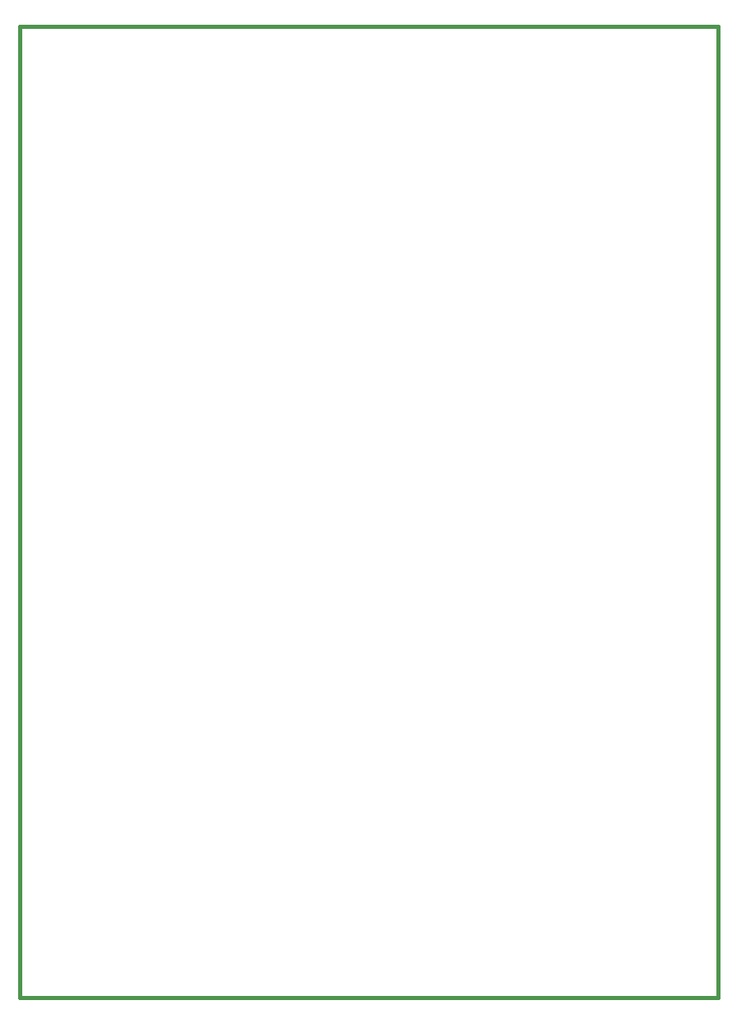
<source format=gm1>
G04 #@! TF.FileFunction,Profile,NP*
%FSLAX46Y46*%
G04 Gerber Fmt 4.6, Leading zero omitted, Abs format (unit mm)*
G04 Created by KiCad (PCBNEW 4.0.5+dfsg1-4) date Wed May 24 13:42:23 2017*
%MOMM*%
%LPD*%
G01*
G04 APERTURE LIST*
%ADD10C,0.150000*%
%ADD11C,0.381000*%
G04 APERTURE END LIST*
D10*
D11*
X91440000Y-139700000D02*
X163195000Y-139700000D01*
X91440000Y-40005000D02*
X163195000Y-40005000D01*
X163195000Y-139700000D02*
X163195000Y-40005000D01*
X91440000Y-139700000D02*
X91440000Y-40005000D01*
M02*

</source>
